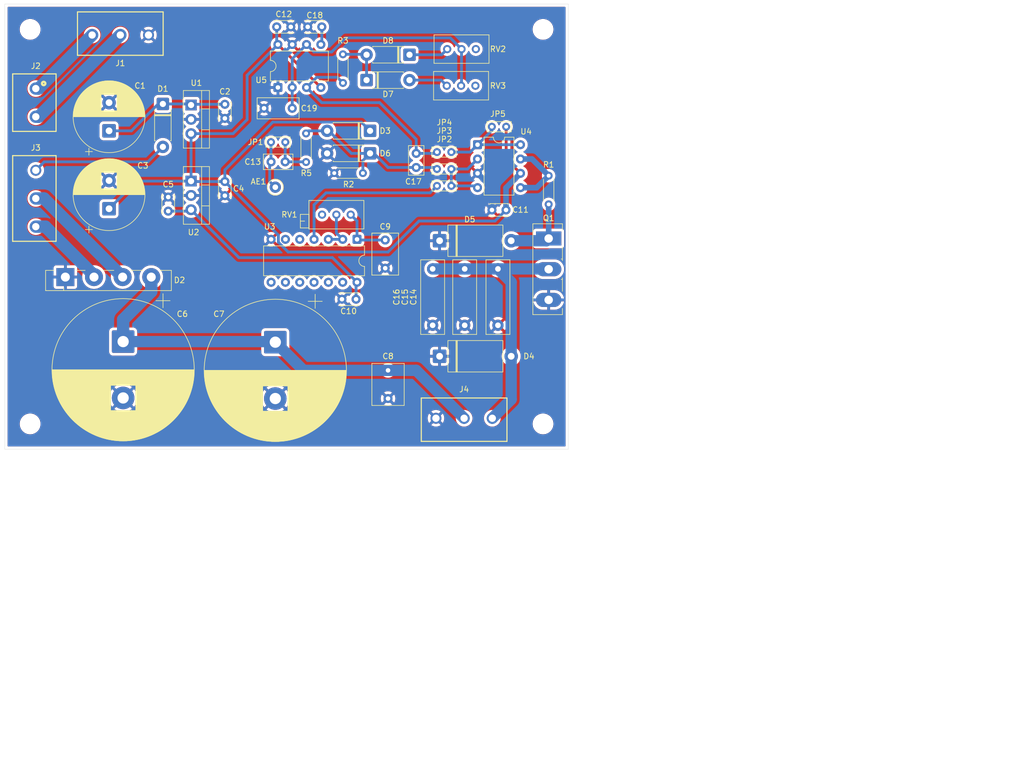
<source format=kicad_pcb>
(kicad_pcb (version 20241229) (generator "pcbnew") (generator_version "9.0")
  (title_block (title "MMS SSTC") (date "2025-05-26") (rev "0.0.0") (company "Mines Maker Society"))
  (layers (0 "F.Cu" signal) (2 "B.Cu" signal) (13 "F.Paste" user) (15 "B.Paste" user) (5 "F.SilkS" user "F.Silkscreen") (7 "B.SilkS" user "B.Silkscreen") (1 "F.Mask" user) (3 "B.Mask" user) (25 "Edge.Cuts" user))
  (net 0 "")
  (net 1 "Net-(D1-K)")
  (net 2 "Earth")
  (net 3 "HT")
  (net 4 "NEUT")
  (net 6 "+12V")
  (net 7 "+68V")
  (net 8 "+5V")
  (net 9 "48VAC")
  (net 10 "0VAC")
  (net 11 "24VAC")
  (net 12 "Net-(JP4-B)")
  (net 13 "Net-(D3-A)")
  (net 14 "Net-(U3-1A)")
  (net 15 "Net-(D4-A2)")
  (net 16 "Net-(D7-A)")
  (net 17 "Net-(U5-CV)")
  (net 18 "Net-(U5-THR)")
  (net 19 "Net-(D5-A2)")
  (net 20 "Net-(D7-K)")
  (net 21 "Net-(JP2-A)")
  (net 22 "Net-(U4-OUTA)")
  (net 23 "INTERRUPT_OUT")
  (net 24 "Net-(U3-1Y)")
  (net 33 "Net-(JP1-B)")
  (net 34 "Net-(D8-A)")
  (net 37 "OSC_OUT")
  (net 38 "Net-(AE1-A)")
  (footprint "Resistor_THT:R_Axial_DIN0204_L3.6mm_D1.6mm_P5.08mm_Horizontal" (layer "F.Cu") (at 117.96 59)
    (property "Reference" "R2" (at 2.54 2 0) (layer "F.SilkS"))
    (property "Value" "220k")
    (pad "1" thru_hole circle (at 0 0) (size 1.4 1.4) (drill 0.7) (layers "*.Cu" "*.Mask") (net 2 "Earth"))
    (pad "2" thru_hole circle (at 5.08 0) (size 1.4 1.4) (drill 0.7) (layers "*.Cu" "*.Mask") (net 13 "Net-(D3-A)"))
  )
  (footprint "TestPoint:TestPoint_Bridge_Pitch2.54mm_Drill0.7mm" (layer "F.Cu") (at 148.46 50.77 180)
    (property "Reference" "JP5" (at 1.46 2.27 0) (layer "F.SilkS"))
    (property "Value" "Jumper_2_Open")
    (pad "1" thru_hole circle (at 0 0 180) (size 1.4 1.4) (drill 0.7) (layers "*.Cu" "*.Mask") (net 6 "+12V"))
    (pad "2" thru_hole circle (at 2.54 0 180) (size 1.4 1.4) (drill 0.7) (layers "*.Cu" "*.Mask") (net 12 "Net-(JP4-B)"))
  )
  (footprint "Potentiometer_THT:Potentiometer_Bourns_3296W_Vertical" (layer "F.Cu") (at 138 37 180)
    (property "Reference" "RV2" (at -9 0 0) (layer "F.SilkS"))
    (property "Value" "R_Potentiometer_Trim_US")
    (pad "1" thru_hole circle (at 0 0 180) (size 1.44 1.44) (drill 0.8) (layers "*.Cu" "*.Mask") (net 20 "Net-(D7-K)"))
    (pad "2" thru_hole circle (at -2.54 0 180) (size 1.44 1.44) (drill 0.8) (layers "*.Cu" "*.Mask") (net 18 "Net-(U5-THR)"))
    (pad "3" thru_hole circle (at -5.08 0 180) (size 1.44 1.44) (drill 0.8) (layers "*.Cu" "*.Mask"))
  )
  (footprint "Capacitor_THT:C_Disc_D3.0mm_W2.0mm_P2.50mm" (layer "F.Cu") (at 88.5 65.75 90)
    (property "Reference" "C5" (at 4.75 0 180) (layer "F.SilkS"))
    (property "Value" "0.1u")
    (pad "1" thru_hole circle (at 0 0 90) (size 1.6 1.6) (drill 0.8) (layers "*.Cu" "*.Mask") (net 8 "+5V"))
    (pad "2" thru_hole circle (at 2.5 0 90) (size 1.6 1.6) (drill 0.8) (layers "*.Cu" "*.Mask") (net 2 "Earth"))
  )
  (footprint "Capacitor_THT:C_Rect_L7.2mm_W3.5mm_P5.00mm_FKS2_FKP2_MKS2_MKP2" (layer "F.Cu") (at 110.5 47.5 180)
    (property "Reference" "C19" (at -3 0 0) (layer "F.SilkS"))
    (property "Value" "330n")
    (pad "1" thru_hole circle (at 0 0 180) (size 1.6 1.6) (drill 0.8) (layers "*.Cu" "*.Mask") (net 18 "Net-(U5-THR)"))
    (pad "2" thru_hole circle (at 5 0 180) (size 1.6 1.6) (drill 0.8) (layers "*.Cu" "*.Mask") (net 2 "Earth"))
  )
  (footprint "Package_DIP:DIP-8_W7.62mm" (layer "F.Cu") (at 143.38 53.96)
    (property "Reference" "U4" (at 8.62 -2.33 0) (layer "F.SilkS"))
    (property "Value" "UCC27524P")
    (pad "1" thru_hole roundrect (at 0 0) (size 1.6 1.6) (drill 0.8) (layers "*.Cu" "*.Mask") (roundrect_rratio 0.15625) (net 12 "Net-(JP4-B)"))
    (pad "2" thru_hole circle (at 0 2.54) (size 1.6 1.6) (drill 0.8) (layers "*.Cu" "*.Mask") (net 21 "Net-(JP2-A)"))
    (pad "3" thru_hole circle (at 0 5.08) (size 1.6 1.6) (drill 0.8) (layers "*.Cu" "*.Mask") (net 2 "Earth"))
    (pad "4" thru_hole circle (at 0 7.62) (size 1.6 1.6) (drill 0.8) (layers "*.Cu" "*.Mask") (net 21 "Net-(JP2-A)"))
    (pad "5" thru_hole circle (at 7.62 7.62) (size 1.6 1.6) (drill 0.8) (layers "*.Cu" "*.Mask") (net 22 "Net-(U4-OUTA)"))
    (pad "6" thru_hole circle (at 7.62 5.08) (size 1.6 1.6) (drill 0.8) (layers "*.Cu" "*.Mask") (net 6 "+12V"))
    (pad "7" thru_hole circle (at 7.62 2.54) (size 1.6 1.6) (drill 0.8) (layers "*.Cu" "*.Mask") (net 22 "Net-(U4-OUTA)"))
    (pad "8" thru_hole circle (at 7.62 0) (size 1.6 1.6) (drill 0.8) (layers "*.Cu" "*.Mask") (net 12 "Net-(JP4-B)"))
  )
  (footprint "Capacitor_THT:CP_Radial_D25.0mm_P10.00mm_SnapIn" (layer "F.Cu") (at 80.5 88.89463 -90)
    (property "Reference" "C6" (at -4.89463 -10.5 180) (layer "F.SilkS"))
    (property "Value" "2200u")
    (pad "1" thru_hole roundrect (at 0 0 270) (size 4 4) (drill 2) (layers "*.Cu" "*.Mask") (roundrect_rratio 0.0625) (net 7 "+68V"))
    (pad "2" thru_hole circle (at 10 0 270) (size 4 4) (drill 2) (layers "*.Cu" "*.Mask") (net 2 "Earth"))
  )
  (footprint "Capacitor_THT:C_Disc_D3.0mm_W2.0mm_P2.50mm" (layer "F.Cu") (at 145.935 65.54)
    (property "Reference" "C11" (at 5.065 -0.04 0) (layer "F.SilkS"))
    (property "Value" "0.1u")
    (pad "1" thru_hole circle (at 0 0) (size 1.6 1.6) (drill 0.8) (layers "*.Cu" "*.Mask") (net 2 "Earth"))
    (pad "2" thru_hole circle (at 2.5 0) (size 1.6 1.6) (drill 0.8) (layers "*.Cu" "*.Mask") (net 6 "+12V"))
  )
  (footprint "Resistor_THT:R_Axial_DIN0204_L3.6mm_D1.6mm_P5.08mm_Horizontal" (layer "F.Cu") (at 119.5 43 90)
    (property "Reference" "R3" (at 7.5 0 0) (layer "F.SilkS"))
    (property "Value" "1k")
    (pad "1" thru_hole circle (at 0 0 90) (size 1.4 1.4) (drill 0.7) (layers "*.Cu" "*.Mask") (net 23 "INTERRUPT_OUT"))
    (pad "2" thru_hole circle (at 5.08 0 90) (size 1.4 1.4) (drill 0.7) (layers "*.Cu" "*.Mask") (net 16 "Net-(D7-A)"))
  )
  (footprint "Diode_THT:D_DO-41_SOD81_P7.62mm_Horizontal" (layer "F.Cu") (at 87.55 46.73 -90)
    (property "Reference" "D1" (at -2.69 0 180) (layer "F.SilkS"))
    (property "Value" "D_Filled")
    (pad "1" thru_hole roundrect (at 0 0 270) (size 2.2 2.2) (drill 1.1) (layers "*.Cu" "*.Mask") (roundrect_rratio 0.113636) (net 1 "Net-(D1-K)"))
    (pad "2" thru_hole circle (at 7.62 0 270) (size 2.2 2.2) (drill 1.1) (layers "*.Cu" "*.Mask") (net 11 "24VAC"))
  )
  (footprint "Capacitor_THT:C_Disc_D3.0mm_W2.0mm_P2.50mm" (layer "F.Cu") (at 107.75 33.055)
    (property "Reference" "C12" (at 1.25 -2.25 0) (layer "F.SilkS"))
    (property "Value" "0.1u")
    (pad "1" thru_hole circle (at 0 0) (size 1.6 1.6) (drill 0.8) (layers "*.Cu" "*.Mask") (net 6 "+12V"))
    (pad "2" thru_hole circle (at 2.5 0) (size 1.6 1.6) (drill 0.8) (layers "*.Cu" "*.Mask") (net 2 "Earth"))
  )
  (footprint "Potentiometer_THT:Potentiometer_Bourns_3296X_Horizontal" (layer "F.Cu") (at 120.875 66.37)
    (property "Reference" "RV1" (at -10.875 0 0) (layer "F.SilkS"))
    (property "Value" "10k")
    (pad "1" thru_hole circle (at 0 0) (size 1.44 1.44) (drill 0.8) (layers "*.Cu" "*.Mask") (net 14 "Net-(U3-1A)"))
    (pad "2" thru_hole circle (at -2.54 0) (size 1.44 1.44) (drill 0.8) (layers "*.Cu" "*.Mask") (net 24 "Net-(U3-1Y)"))
    (pad "3" thru_hole circle (at -5.08 0) (size 1.44 1.44) (drill 0.8) (layers "*.Cu" "*.Mask"))
  )
  (footprint "TestPoint:TestPoint_Bridge_Pitch2.54mm_Drill0.7mm" (layer "F.Cu") (at 106.73 53.5)
    (property "Reference" "JP1" (at -2.73 0 0) (layer "F.SilkS"))
    (property "Value" "Jumper_2_Bridged")
    (pad "1" thru_hole circle (at 0 0) (size 1.4 1.4) (drill 0.7) (layers "*.Cu" "*.Mask") (net 38 "Net-(AE1-A)"))
    (pad "2" thru_hole circle (at 2.54 0) (size 1.4 1.4) (drill 0.7) (layers "*.Cu" "*.Mask") (net 33 "Net-(JP1-B)"))
  )
  (footprint "MountingHole:MountingHole_3.2mm_M3" (layer "F.Cu") (at 64 103.5)
    (property "Reference" "H4" (hide yes))
    (property "Value" "MountingHole")
    (pad "" np_thru_hole circle (at 0 0) (size 3.2 3.2) (drill 3.2) (layers "*.Cu" "*.Mask"))
  )
  (footprint "locals:691137710002" (layer "F.Cu") (at 65 46.5 -90)
    (property "Reference" "J2" (at -6.5 0 180) (layer "F.SilkS"))
    (property "Value" "Screw_Terminal_01x02")
    (pad "1" thru_hole circle (at 2.5 0 270) (size 1.95 1.95) (drill 1.3) (layers "*.Cu" "*.Mask") (net 3 "HT"))
    (pad "2" thru_hole circle (at -2.5 0 270) (size 1.95 1.95) (drill 1.3) (layers "*.Cu" "*.Mask") (net 4 "NEUT"))
  )
  (footprint "Capacitor_THT:C_Rect_L13.0mm_W4.0mm_P10.00mm_FKS3_FKP3_MKS4" (layer "F.Cu") (at 141.1 76 -90)
    (property "Reference" "C15" (at 5 10.6 90) (layer "F.SilkS"))
    (property "Value" "1.5n")
    (pad "1" thru_hole circle (at 0 0 270) (size 2 2) (drill 1) (layers "*.Cu" "*.Mask") (net 15 "Net-(D4-A2)"))
    (pad "2" thru_hole circle (at 10 0 270) (size 2 2) (drill 1) (layers "*.Cu" "*.Mask") (net 2 "Earth"))
  )
  (footprint "Capacitor_THT:C_Rect_L7.2mm_W5.5mm_P5.00mm_FKS2_FKP2_MKS2_MKP2" (layer "F.Cu") (at 127.5 94 -90)
    (property "Reference" "C8" (at -2.5 0 180) (layer "F.SilkS"))
    (property "Value" "0.68u")
    (pad "1" thru_hole circle (at 0 0 270) (size 1.6 1.6) (drill 0.8) (layers "*.Cu" "*.Mask") (net 7 "+68V"))
    (pad "2" thru_hole circle (at 5 0 270) (size 1.6 1.6) (drill 0.8) (layers "*.Cu" "*.Mask") (net 2 "Earth"))
  )
  (footprint "Capacitor_THT:C_Disc_D3.0mm_W2.0mm_P2.50mm" (layer "F.Cu") (at 98.55 46.79 -90)
    (property "Reference" "C2" (at -2.25 0 180) (layer "F.SilkS"))
    (property "Value" "0.1u")
    (pad "1" thru_hole circle (at 0 0 270) (size 1.6 1.6) (drill 0.8) (layers "*.Cu" "*.Mask") (net 1 "Net-(D1-K)"))
    (pad "2" thru_hole circle (at 2.5 0 270) (size 1.6 1.6) (drill 0.8) (layers "*.Cu" "*.Mask") (net 2 "Earth"))
  )
  (footprint "Capacitor_THT:CP_Radial_D12.5mm_P5.00mm" (layer "F.Cu") (at 78 51.5 90)
    (property "Reference" "C1" (at 8 5.5 180) (layer "F.SilkS"))
    (property "Value" "470u")
    (pad "1" thru_hole roundrect (at 0 0 90) (size 2.4 2.4) (drill 1.2) (layers "*.Cu" "*.Mask") (roundrect_rratio 0.104167) (net 1 "Net-(D1-K)"))
    (pad "2" thru_hole circle (at 5 0 90) (size 2.4 2.4) (drill 1.2) (layers "*.Cu" "*.Mask") (net 2 "Earth"))
  )
  (footprint "Diode_THT:D_DO-27_P12.70mm_Horizontal" (layer "F.Cu") (at 136.65 91.5)
    (property "Reference" "D4" (at 15.85 0 0) (layer "F.SilkS"))
    (property "Value" "400V")
    (pad "1" thru_hole roundrect (at 0 0) (size 2.4 2.4) (drill 1.2) (layers "*.Cu" "*.Mask") (roundrect_rratio 0.104167) (net 2 "Earth"))
    (pad "2" thru_hole circle (at 12.7 0) (size 2.4 2.4) (drill 1.2) (layers "*.Cu" "*.Mask") (net 15 "Net-(D4-A2)"))
  )
  (footprint "Resistor_THT:R_Axial_DIN0204_L3.6mm_D1.6mm_P5.08mm_Horizontal" (layer "F.Cu") (at 156 64.54 90)
    (property "Reference" "R1" (at 7.04 0 180) (layer "F.SilkS"))
    (property "Value" "1.5R")
    (pad "1" thru_hole circle (at 0 0 90) (size 1.4 1.4) (drill 0.7) (layers "*.Cu" "*.Mask") (net 19 "Net-(D5-A2)"))
    (pad "2" thru_hole circle (at 5.08 0 90) (size 1.4 1.4) (drill 0.7) (layers "*.Cu" "*.Mask") (net 22 "Net-(U4-OUTA)"))
  )
  (footprint "Package_TO_SOT_THT:TO-220-3_Vertical" (layer "F.Cu") (at 92.55 46.92 -90)
    (property "Reference" "U1" (at -3.92 -0.95 180) (layer "F.SilkS"))
    (property "Value" "LM7812_TO220")
    (pad "1" thru_hole rect (at 0 0 270) (size 1.905 2) (drill 1.1) (layers "*.Cu" "*.Mask") (net 1 "Net-(D1-K)"))
    (pad "2" thru_hole oval (at 2.54 0 270) (size 1.905 2) (drill 1.1) (layers "*.Cu" "*.Mask") (net 2 "Earth"))
    (pad "3" thru_hole oval (at 5.08 0 270) (size 1.905 2) (drill 1.1) (layers "*.Cu" "*.Mask") (net 6 "+12V"))
  )
  (footprint "TestPoint:TestPoint_Bridge_Pitch2.54mm_Drill0.7mm" (layer "F.Cu") (at 136.185 55.27)
    (property "Reference" "JP4" (at 1.315 -5.27 0) (layer "F.SilkS"))
    (property "Value" "Jumper_2_Bridged")
    (pad "1" thru_hole circle (at 0 0) (size 1.4 1.4) (drill 0.7) (layers "*.Cu" "*.Mask") (net 23 "INTERRUPT_OUT"))
    (pad "2" thru_hole circle (at 2.54 0) (size 1.4 1.4) (drill 0.7) (layers "*.Cu" "*.Mask") (net 12 "Net-(JP4-B)"))
  )
  (footprint "Capacitor_THT:C_Rect_L13.0mm_W4.0mm_P10.00mm_FKS3_FKP3_MKS4" (layer "F.Cu") (at 147 76 -90)
    (property "Reference" "C14" (at 5 15 90) (layer "F.SilkS"))
    (property "Value" "1.5n")
    (pad "1" thru_hole circle (at 0 0 270) (size 2 2) (drill 1) (layers "*.Cu" "*.Mask") (net 15 "Net-(D4-A2)"))
    (pad "2" thru_hole circle (at 10 0 270) (size 2 2) (drill 1) (layers "*.Cu" "*.Mask") (net 2 "Earth"))
  )
  (footprint "Capacitor_THT:C_Disc_D3.0mm_W2.0mm_P2.50mm" (layer "F.Cu") (at 115.75 33.055 180)
    (property "Reference" "C18" (at 1.25 2.055 0) (layer "F.SilkS"))
    (property "Value" "0.1u")
    (pad "1" thru_hole circle (at 0 0 180) (size 1.6 1.6) (drill 0.8) (layers "*.Cu" "*.Mask") (net 17 "Net-(U5-CV)"))
    (pad "2" thru_hole circle (at 2.5 0 180) (size 1.6 1.6) (drill 0.8) (layers "*.Cu" "*.Mask") (net 2 "Earth"))
  )
  (footprint "Capacitor_THT:C_Disc_D3.0mm_W2.0mm_P2.50mm" (layer "F.Cu") (at 98.55 60.5 -90)
    (property "Reference" "C4" (at 1.25 -2.45 180) (layer "F.SilkS"))
    (property "Value" "0.1u")
    (pad "1" thru_hole circle (at 0 0 270) (size 1.6 1.6) (drill 0.8) (layers "*.Cu" "*.Mask") (net 6 "+12V"))
    (pad "2" thru_hole circle (at 2.5 0 270) (size 1.6 1.6) (drill 0.8) (layers "*.Cu" "*.Mask") (net 2 "Earth"))
  )
  (footprint "Potentiometer_THT:Potentiometer_Bourns_3296W_Vertical" (layer "F.Cu") (at 137.92 43.5 180)
    (property "Reference" "RV3" (at -9.08 0 0) (layer "F.SilkS"))
    (property "Value" "R_Potentiometer_Trim_US")
    (pad "1" thru_hole circle (at 0 0 180) (size 1.44 1.44) (drill 0.8) (layers "*.Cu" "*.Mask") (net 34 "Net-(D8-A)"))
    (pad "2" thru_hole circle (at -2.54 0 180) (size 1.44 1.44) (drill 0.8) (layers "*.Cu" "*.Mask") (net 18 "Net-(U5-THR)"))
    (pad "3" thru_hole circle (at -5.08 0 180) (size 1.44 1.44) (drill 0.8) (layers "*.Cu" "*.Mask"))
  )
  (footprint "MountingHole:MountingHole_3.2mm_M3" (layer "F.Cu") (at 155 33.5)
    (property "Reference" "H1" (hide yes))
    (property "Value" "MountingHole")
    (pad "" np_thru_hole circle (at 0 0) (size 3.2 3.2) (drill 3.2) (layers "*.Cu" "*.Mask"))
  )
  (footprint "Capacitor_THT:C_Disc_D3.0mm_W2.0mm_P2.50mm" (layer "F.Cu") (at 119.325 81.375)
    (property "Reference" "C10" (at 1.175 2.125 0) (layer "F.SilkS"))
    (property "Value" "0.1u")
    (pad "1" thru_hole circle (at 0 0) (size 1.6 1.6) (drill 0.8) (layers "*.Cu" "*.Mask") (net 2 "Earth"))
    (pad "2" thru_hole circle (at 2.5 0) (size 1.6 1.6) (drill 0.8) (layers "*.Cu" "*.Mask") (net 8 "+5V"))
  )
  (footprint "Diode_THT:D_DO-41_SOD81_P7.62mm_Horizontal" (layer "F.Cu") (at 124.31 51.5 180)
    (property "Reference" "D3" (at -2.69 0 0) (layer "F.SilkS"))
    (property "Value" "~")
    (pad "1" thru_hole roundrect (at 0 0 180) (size 2.2 2.2) (drill 1.1) (layers "*.Cu" "*.Mask") (roundrect_rratio 0.113636) (net 6 "+12V"))
    (pad "2" thru_hole circle (at 7.62 0 180) (size 2.2 2.2) (drill 1.1) (layers "*.Cu" "*.Mask") (net 13 "Net-(D3-A)"))
  )
  (footprint "TestPoint:TestPoint_Bridge_Pitch2.54mm_Drill0.7mm" (layer "F.Cu") (at 136.185 58.27)
    (property "Reference" "JP3" (at 1.315 -6.77 0) (layer "F.SilkS"))
    (property "Value" "Jumper_2_Bridged")
    (pad "1" thru_hole circle (at 0 0) (size 1.4 1.4) (drill 0.7) (layers "*.Cu" "*.Mask") (net 13 "Net-(D3-A)"))
    (pad "2" thru_hole circle (at 2.54 0) (size 1.4 1.4) (drill 0.7) (layers "*.Cu" "*.Mask") (net 21 "Net-(JP2-A)"))
  )
  (footprint "Diode_THT:D_DO-41_SOD81_P7.62mm_Horizontal" (layer "F.Cu") (at 123.69 42.5)
    (property "Reference" "D8" (at 3.81 -7 0) (layer "F.SilkS"))
    (property "Value" "D_Small_Filled")
    (pad "1" thru_hole roundrect (at 0 0) (size 2.2 2.2) (drill 1.1) (layers "*.Cu" "*.Mask") (roundrect_rratio 0.113636) (net 16 "Net-(D7-A)"))
    (pad "2" thru_hole circle (at 7.62 0) (size 2.2 2.2) (drill 1.1) (layers "*.Cu" "*.Mask") (net 34 "Net-(D8-A)"))
  )
  (footprint "Diode_THT:D_DO-41_SOD81_P7.62mm_Horizontal" (layer "F.Cu") (at 131.31 38 180)
    (property "Reference" "D7" (at 3.81 -7 0) (layer "F.SilkS"))
    (property "Value" "D_Small_Filled")
    (pad "1" thru_hole roundrect (at 0 0 180) (size 2.2 2.2) (drill 1.1) (layers "*.Cu" "*.Mask") (roundrect_rratio 0.113636) (net 20 "Net-(D7-K)"))
    (pad "2" thru_hole circle (at 7.62 0 180) (size 2.2 2.2) (drill 1.1) (layers "*.Cu" "*.Mask") (net 16 "Net-(D7-A)"))
  )
  (footprint "Package_DIP:DIP-14_W7.62mm" (layer "F.Cu") (at 121.995 70.75 -90)
    (property "Reference" "U3" (at -2.25 15.495 180) (layer "F.SilkS"))
    (property "Value" "CD74HC14E")
    (pad "1" thru_hole roundrect (at 0 0 270) (size 1.6 1.6) (drill 0.8) (layers "*.Cu" "*.Mask") (roundrect_rratio 0.15625) (net 14 "Net-(U3-1A)"))
    (pad "2" thru_hole circle (at 0 2.54 270) (size 1.6 1.6) (drill 0.8) (layers "*.Cu" "*.Mask") (net 24 "Net-(U3-1Y)"))
    (pad "3" thru_hole circle (at 0 5.08 270) (size 1.6 1.6) (drill 0.8) (layers "*.Cu" "*.Mask") (net 24 "Net-(U3-1Y)"))
    (pad "4" thru_hole circle (at 0 7.62 270) (size 1.6 1.6) (drill 0.8) (layers "*.Cu" "*.Mask") (net 37 "OSC_OUT"))
    (pad "5" thru_hole circle (at 0 10.16 270) (size 1.6 1.6) (drill 0.8) (layers "*.Cu" "*.Mask"))
    (pad "6" thru_hole circle (at 0 12.7 270) (size 1.6 1.6) (drill 0.8) (layers "*.Cu" "*.Mask"))
    (pad "7" thru_hole circle (at 0 15.24 270) (size 1.6 1.6) (drill 0.8) (layers "*.Cu" "*.Mask") (net 2 "Earth"))
    (pad "8" thru_hole circle (at 7.62 15.24 270) (size 1.6 1.6) (drill 0.8) (layers "*.Cu" "*.Mask"))
    (pad "9" thru_hole circle (at 7.62 12.7 270) (size 1.6 1.6) (drill 0.8) (layers "*.Cu" "*.Mask"))
    (pad "10" thru_hole circle (at 7.62 10.16 270) (size 1.6 1.6) (drill 0.8) (layers "*.Cu" "*.Mask"))
    (pad "11" thru_hole circle (at 7.62 7.62 270) (size 1.6 1.6) (drill 0.8) (layers "*.Cu" "*.Mask"))
    (pad "12" thru_hole circle (at 7.62 5.08 270) (size 1.6 1.6) (drill 0.8) (layers "*.Cu" "*.Mask"))
    (pad "13" thru_hole circle (at 7.62 2.54 270) (size 1.6 1.6) (drill 0.8) (layers "*.Cu" "*.Mask"))
    (pad "14" thru_hole circle (at 7.62 0 270) (size 1.6 1.6) (drill 0.8) (layers "*.Cu" "*.Mask") (net 8 "+5V"))
  )
  (footprint "Capacitor_THT:CP_Radial_D12.5mm_P5.00mm" (layer "F.Cu") (at 78 65.323959 90)
    (property "Reference" "C3" (at 7.647918 6 180) (layer "F.SilkS"))
    (property "Value" "470u")
    (pad "1" thru_hole roundrect (at 0 0 90) (size 2.4 2.4) (drill 1.2) (layers "*.Cu" "*.Mask") (roundrect_rratio 0.104167) (net 6 "+12V"))
    (pad "2" thru_hole circle (at 5 0 90) (size 2.4 2.4) (drill 1.2) (layers "*.Cu" "*.Mask") (net 2 "Earth"))
  )
  (footprint "Diode_THT:D_DO-27_P12.70mm_Horizontal" (layer "F.Cu") (at 136.65 71)
    (property "Reference" "D5" (at 5.35 -3.785 0) (layer "F.SilkS"))
    (property "Value" "18V")
    (pad "1" thru_hole roundrect (at 0 0) (size 2.4 2.4) (drill 1.2) (layers "*.Cu" "*.Mask") (roundrect_rratio 0.104167) (net 2 "Earth"))
    (pad "2" thru_hole circle (at 12.7 0) (size 2.4 2.4) (drill 1.2) (layers "*.Cu" "*.Mask") (net 19 "Net-(D5-A2)"))
  )
  (footprint "locals:691137710003" (layer "F.Cu") (at 141 102.5)
    (property "Reference" "J4" (at 0 -5.135 0) (layer "F.SilkS"))
    (property "Value" "Screw_Terminal_01x02")
    (pad "1" thru_hole circle (at -5 0) (size 1.95 1.95) (drill 1.3) (layers "*.Cu" "*.Mask") (net 2 "Earth"))
    (pad "2" thru_hole circle (at 0 0) (size 1.95 1.95) (drill 1.3) (layers "*.Cu" "*.Mask") (net 7 "+68V"))
    (pad "3" thru_hole circle (at 5 0) (size 1.95 1.95) (drill 1.3) (layers "*.Cu" "*.Mask") (net 15 "Net-(D4-A2)"))
  )
  (footprint "Package_TO_SOT_THT:TO-247-3_Vertical" (layer "F.Cu") (at 156 70.6 -90)
    (property "Reference" "Q1" (at -3.6 0 180) (layer "F.SilkS"))
    (property "Value" "IRFP460APBF")
    (pad "1" thru_hole rect (at 0 0 270) (size 2.5 4.5) (drill 1.5) (layers "*.Cu" "*.Mask") (net 19 "Net-(D5-A2)"))
    (pad "2" thru_hole oval (at 5.45 0 270) (size 2.5 4.5) (drill 1.5) (layers "*.Cu" "*.Mask") (net 15 "Net-(D4-A2)"))
    (pad "3" thru_hole oval (at 10.9 0 270) (size 2.5 4.5) (drill 1.5) (layers "*.Cu" "*.Mask") (net 2 "Earth"))
  )
  (footprint "locals:691137710003" (layer "F.Cu") (at 80 34.5 180)
    (property "Reference" "J1" (at 0 -5 0) (layer "F.SilkS"))
    (property "Value" "Screw_Terminal_01x02")
    (pad "1" thru_hole circle (at 0 0 180) (size 1.95 1.95) (drill 1.3) (layers "*.Cu" "*.Mask") (net 3 "HT"))
    (pad "2" thru_hole circle (at 5 0 180) (size 1.95 1.95) (drill 1.3) (layers "*.Cu" "*.Mask") (net 4 "NEUT"))
    (pad "3" thru_hole circle (at -5 0 180) (size 1.95 1.95) (drill 1.3) (layers "*.Cu" "*.Mask") (net 2 "Earth"))
  )
  (footprint "MountingHole:MountingHole_3.2mm_M3" (layer "F.Cu") (at 155 103.5)
    (property "Reference" "H3" (hide yes))
    (property "Value" "MountingHole")
    (pad "" np_thru_hole circle (at 0 0) (size 3.2 3.2) (drill 3.2) (layers "*.Cu" "*.Mask"))
  )
  (footprint "Package_DIP:DIP-8_W7.62mm" (layer "F.Cu") (at 107.96 43.805 90)
    (property "Reference" "U5" (at 1.305 -2.96 180) (layer "F.SilkS"))
    (property "Value" "NE555P")
    (pad "1" thru_hole roundrect (at 0 0 90) (size 1.6 1.6) (drill 0.8) (layers "*.Cu" "*.Mask") (roundrect_rratio 0.15625) (net 2 "Earth"))
    (pad "2" thru_hole circle (at 0 2.54 90) (size 1.6 1.6) (drill 0.8) (layers "*.Cu" "*.Mask") (net 18 "Net-(U5-THR)"))
    (pad "3" thru_hole circle (at 0 5.08 90) (size 1.6 1.6) (drill 0.8) (layers "*.Cu" "*.Mask") (net 23 "INTERRUPT_OUT"))
    (pad "4" thru_hole circle (at 0 7.62 90) (size 1.6 1.6) (drill 0.8) (layers "*.Cu" "*.Mask") (net 6 "+12V"))
    (pad "5" thru_hole circle (at 7.62 7.62 90) (size 1.6 1.6) (drill 0.8) (layers "*.Cu" "*.Mask") (net 17 "Net-(U5-CV)"))
    (pad "6" thru_hole circle (at 7.62 5.08 90) (size 1.6 1.6) (drill 0.8) (layers "*.Cu" "*.Mask") (net 18 "Net-(U5-THR)"))
    (pad "7" thru_hole circle (at 7.62 2.54 90) (size 1.6 1.6) (drill 0.8) (layers "*.Cu" "*.Mask") (net 2 "Earth"))
    (pad "8" thru_hole circle (at 7.62 0 90) (size 1.6 1.6) (drill 0.8) (layers "*.Cu" "*.Mask") (net 6 "+12V"))
  )
  (footprint "Diode_THT:Diode_Bridge_Vishay_GBU" (layer "F.Cu") (at 70.25 77.45)
    (property "Reference" "D2" (at 20.25 0.55 0) (layer "F.SilkS"))
    (property "Value" "B125C2300-1500A")
    (pad "1" thru_hole rect (at 0 0) (size 3.2 3.2) (drill 1.6) (layers "*.Cu" "*.Mask") (net 2 "Earth"))
    (pad "2" thru_hole circle (at 5.08 0) (size 3.2 3.2) (drill 1.6) (layers "*.Cu" "*.Mask") (net 10 "0VAC"))
    (pad "3" thru_hole circle (at 10.16 0) (size 3.2 3.2) (drill 1.6) (layers "*.Cu" "*.Mask") (net 9 "48VAC"))
    (pad "4" thru_hole circle (at 15.24 0) (size 3.2 3.2) (drill 1.6) (layers "*.Cu" "*.Mask") (net 7 "+68V"))
  )
  (footprint "Package_TO_SOT_THT:TO-220-3_Vertical" (layer "F.Cu") (at 92.55 60.42 -90)
    (property "Reference" "U2" (at 9.08 -0.45 180) (layer "F.SilkS"))
    (property "Value" "LM7805_TO220")
    (pad "1" thru_hole rect (at 0 0 270) (size 1.905 2) (drill 1.1) (layers "*.Cu" "*.Mask") (net 6 "+12V"))
    (pad "2" thru_hole oval (at 2.54 0 270) (size 1.905 2) (drill 1.1) (layers "*.Cu" "*.Mask") (net 2 "Earth"))
    (pad "3" thru_hole oval (at 5.08 0 270) (size 1.905 2) (drill 1.1) (layers "*.Cu" "*.Mask") (net 8 "+5V"))
  )
  (footprint "Diode_THT:D_DO-41_SOD81_P7.62mm_Horizontal" (layer "F.Cu") (at 124.31 55.5 180)
    (property "Reference" "D6" (at -2.69 0 0) (layer "F.SilkS"))
    (property "Value" "~")
    (pad "1" thru_hole roundrect (at 0 0 180) (size 2.2 2.2) (drill 1.1) (layers "*.Cu" "*.Mask") (roundrect_rratio 0.113636) (net 13 "Net-(D3-A)"))
    (pad "2" thru_hole circle (at 7.62 0 180) (size 2.2 2.2) (drill 1.1) (layers "*.Cu" "*.Mask") (net 2 "Earth"))
  )
  (footprint "Capacitor_THT:C_Disc_D5.0mm_W2.5mm_P2.50mm" (layer "F.Cu") (at 132.5 58 90)
    (property "Reference" "C17" (at -2.5 -0.5 180) (layer "F.SilkS"))
    (property "Value" "10n")
    (pad "1" thru_hole circle (at 0 0 90) (size 1.6 1.6) (drill 0.8) (layers "*.Cu" "*.Mask") (net 13 "Net-(D3-A)"))
    (pad "2" thru_hole circle (at 2.5 0 90) (size 1.6 1.6) (drill 0.8) (layers "*.Cu" "*.Mask") (net 23 "INTERRUPT_OUT"))
  )
  (footprint "Capacitor_THT:C_Rect_L13.0mm_W4.0mm_P10.00mm_FKS3_FKP3_MKS4" (layer "F.Cu") (at 135.415 76 -90)
    (property "Reference" "C16" (at 5 6.415 90) (layer "F.SilkS"))
    (property "Value" "1.5n")
    (pad "1" thru_hole circle (at 0 0 270) (size 2 2) (drill 1) (layers "*.Cu" "*.Mask") (net 15 "Net-(D4-A2)"))
    (pad "2" thru_hole circle (at 10 0 270) (size 2 2) (drill 1) (layers "*.Cu" "*.Mask") (net 2 "Earth"))
  )
  (footprint "TestPoint:TestPoint_Keystone_5000-5004_Miniature" (layer "F.Cu") (at 107.5 61.5)
    (property "Reference" "AE1" (at -3 -1 0) (layer "F.SilkS"))
    (property "Value" "Antenna")
    (pad "1" thru_hole circle (at 0 0) (size 2 2) (drill 1) (layers "*.Cu" "*.Mask") (net 38 "Net-(AE1-A)"))
  )
  (footprint "Capacitor_THT:C_Rect_L7.2mm_W4.5mm_P5.00mm_FKS2_FKP2_MKS2_MKP2" (layer "F.Cu") (at 127 70.875 -90)
    (property "Reference" "C9" (at -2.375 0 0) (layer "F.SilkS"))
    (property "Value" "470p")
    (pad "1" thru_hole circle (at 0 0 270) (size 1.6 1.6) (drill 0.8) (layers "*.Cu" "*.Mask") (net 14 "Net-(U3-1A)"))
    (pad "2" thru_hole circle (at 5 0 270) (size 1.6 1.6) (drill 0.8) (layers "*.Cu" "*.Mask") (net 2 "Earth"))
  )
  (footprint "locals:691137710003" (layer "F.Cu") (at 65 63.5 -90)
    (property "Reference" "J3" (at -9 0 180) (layer "F.SilkS"))
    (property "Value" "Screw_Terminal_01x02")
    (pad "1" thru_hole circle (at 0 0 270) (size 1.95 1.95) (drill 1.3) (layers "*.Cu" "*.Mask") (net 9 "48VAC"))
    (pad "2" thru_hole circle (at -5 0 270) (size 1.95 1.95) (drill 1.3) (layers "*.Cu" "*.Mask") (net 11 "24VAC"))
    (pad "3" thru_hole circle (at 5 0 270) (size 1.95 1.95) (drill 1.3) (layers "*.Cu" "*.Mask") (net 10 "0VAC"))
  )
  (footprint "TestPoint:TestPoint_Bridge_Pitch2.54mm_Drill0.7mm" (layer "F.Cu") (at 138.725 61.27 180)
    (property "Reference" "JP2" (at 1.225 8.27 0) (layer "F.SilkS"))
    (property "Value" "Jumper_2_Open")
    (pad "1" thru_hole circle (at 0 0 180) (size 1.4 1.4) (drill 0.7) (layers "*.Cu" "*.Mask") (net 21 "Net-(JP2-A)"))
    (pad "2" thru_hole circle (at 2.54 0 180) (size 1.4 1.4) (drill 0.7) (layers "*.Cu" "*.Mask") (net 37 "OSC_OUT"))
  )
  (footprint "Resistor_THT:R_Axial_DIN0204_L3.6mm_D1.6mm_P5.08mm_Horizontal" (layer "F.Cu") (at 112.96 57.04 90)
    (property "Reference" "R5" (at -1.96 0.04 180) (layer "F.SilkS"))
    (property "Value" "1k")
    (pad "1" thru_hole circle (at 0 0 90) (size 1.4 1.4) (drill 0.7) (layers "*.Cu" "*.Mask") (net 33 "Net-(JP1-B)"))
    (pad "2" thru_hole circle (at 5.08 0 90) (size 1.4 1.4) (drill 0.7) (layers "*.Cu" "*.Mask") (net 13 "Net-(D3-A)"))
  )
  (footprint "MountingHole:MountingHole_3.2mm_M3" (layer "F.Cu") (at 64 33.5)
    (property "Reference" "H2" (hide yes))
    (property "Value" "MountingHole")
    (pad "" np_thru_hole circle (at 0 0) (size 3.2 3.2) (drill 3.2) (layers "*.Cu" "*.Mask"))
  )
  (footprint "Capacitor_THT:CP_Radial_D25.0mm_P10.00mm_SnapIn" (layer "F.Cu") (at 107.5 89 -90)
    (property "Reference" "C7" (at -5 10 180) (layer "F.SilkS"))
    (property "Value" "2200u")
    (pad "1" thru_hole roundrect (at 0 0 270) (size 4 4) (drill 2) (layers "*.Cu" "*.Mask") (roundrect_rratio 0.0625) (net 7 "+68V"))
    (pad "2" thru_hole circle (at 10 0 270) (size 4 4) (drill 2) (layers "*.Cu" "*.Mask") (net 2 "Earth"))
  )
  (footprint "Capacitor_THT:C_Disc_D5.0mm_W2.5mm_P2.50mm" (layer "F.Cu") (at 106.75 57)
    (property "Reference" "C13" (at -3.25 0 0) (layer "F.SilkS"))
    (property "Value" "10n")
    (pad "1" thru_hole circle (at 0 0) (size 1.6 1.6) (drill 0.8) (layers "*.Cu" "*.Mask") (net 38 "Net-(AE1-A)"))
    (pad "2" thru_hole circle (at 2.5 0) (size 1.6 1.6) (drill 0.8) (layers "*.Cu" "*.Mask") (net 33 "Net-(JP1-B)"))
  )
  (gr_rect (start 59.5 29) (end 159.5 108) (stroke (width 0.05)) (fill no) (layer "Edge.Cuts"))
  (segment (start 92.68 46.79) (end 98.55 46.79) (width 0.5) (layer "B.Cu") (net 1))
  (segment (start 87.55 46.73) (end 86.73 46.73) (width 0.5) (layer "B.Cu") (net 1))
  (segment (start 92.36 46.73) (end 92.55 46.92) (width 0.5) (layer "B.Cu") (net 1))
  (segment (start 86.73 46.73) (end 81.96 51.5) (width 0.5) (layer "B.Cu") (net 1))
  (segment (start 92.55 46.92) (end 92.68 46.79) (width 0.5) (layer "B.Cu") (net 1))
  (segment (start 81.96 51.5) (end 78 51.5) (width 0.5) (layer "B.Cu") (net 1))
  (segment (start 87.55 46.73) (end 92.36 46.73) (width 0.5) (layer "B.Cu") (net 1))
  (segment (start 143.38 59.04) (end 145.935 61.595) (width 1) (layer "B.Cu") (net 2))
  (segment (start 145.935 61.595) (end 145.935 65.54) (width 1) (layer "B.Cu") (net 2))
  (segment (start 65.5 49) (end 80 34.5) (width 2.2) (layer "B.Cu") (net 3))
  (segment (start 65 49) (end 65.5 49) (width 2.2) (layer "B.Cu") (net 3))
  (segment (start 65 44) (end 65.5 44) (width 2.2) (layer "B.Cu") (net 4))
  (segment (start 65.5 44) (end 75 34.5) (width 2.2) (layer "B.Cu") (net 4))
  (segment (start 148.46 50.77) (end 148.46 56.5) (width 0.5) (layer "F.Cu") (net 6))
  (segment (start 107.96 36.185) (end 115.58 43.805) (width 0.5) (layer "F.Cu") (net 6))
  (segment (start 148.46 56.5) (end 151 59.04) (width 0.5) (layer "F.Cu") (net 6))
  (segment (start 98.55 60.5) (end 108.044 69.994) (width 0.5) (layer "B.Cu") (net 6))
  (segment (start 122.759 49.949) (end 107.051 49.949) (width 0.5) (layer "B.Cu") (net 6))
  (segment (start 146.475 67.5) (end 148.435 65.54) (width 0.5) (layer "B.Cu") (net 6))
  (segment (start 93.5 60.5) (end 98.55 60.5) (width 0.5) (layer "B.Cu") (net 6))
  (segment (start 92.55 60.42) (end 93.42 60.42) (width 0.5) (layer "B.Cu") (net 6))
  (segment (start 92.55 52) (end 92.55 60.42) (width 0.5) (layer "B.Cu") (net 6))
  (segment (start 148.435 61.605) (end 151 59.04) (width 1) (layer "B.Cu") (net 6))
  (segment (start 108.044 71.268182) (end 109.775818 73) (width 0.5) (layer "B.Cu") (net 6))
  (segment (start 93.42 60.42) (end 93.5 60.5) (width 0.5) (layer "B.Cu") (net 6))
  (segment (start 107.75 33.055) (end 107.75 35.975) (width 0.5) (layer "B.Cu") (net 6))
  (segment (start 148.435 65.54) (end 148.435 61.605) (width 1) (layer "B.Cu") (net 6))
  (segment (start 124.31 51.5) (end 122.759 49.949) (width 0.5) (layer "B.Cu") (net 6))
  (segment (start 107.051 49.949) (end 98.55 58.45) (width 0.5) (layer "B.Cu") (net 6))
  (segment (start 107.75 35.975) (end 107.96 36.185) (width 0.5) (layer "B.Cu") (net 6))
  (segment (start 133 67.5) (end 146.475 67.5) (width 0.5) (layer "B.Cu") (net 6))
  (segment (start 82.903959 60.42) (end 92.55 60.42) (width 0.5) (layer "B.Cu") (net 6))
  (segment (start 108.044 69.994) (end 108.044 71.268182) (width 0.5) (layer "B.Cu") (net 6))
  (segment (start 92.55 52) (end 100 52) (width 0.5) (layer "B.Cu") (net 6))
  (segment (start 127.5 73) (end 133 67.5) (width 0.5) (layer "B.Cu") (net 6))
  (segment (start 78 65.323959) (end 82.903959 60.42) (width 0.5) (layer "B.Cu") (net 6))
  (segment (start 100 52) (end 102.5 49.5) (width 0.5) (layer "B.Cu") (net 6))
  (segment (start 98.55 58.45) (end 98.55 60.5) (width 0.5) (layer "B.Cu") (net 6))
  (segment (start 109.775818 73) (end 127.5 73) (width 0.5) (layer "B.Cu") (net 6))
  (segment (start 102.5 41.645) (end 107.96 36.185) (width 0.5) (layer "B.Cu") (net 6))
  (segment (start 102.5 49.5) (end 102.5 41.645) (width 0.5) (layer "B.Cu") (net 6))
  (segment (start 112.5 94) (end 132.5 94) (width 2) (layer "B.Cu") (net 7))
  (segment (start 141 102.5) (end 132.5 94) (width 2) (layer "B.Cu") (net 7))
  (segment (start 80.5 85) (end 80.5 88.89463) (width 2.2) (layer "B.Cu") (net 7))
  (segment (start 107.5 89) (end 112.5 94) (width 2) (layer "B.Cu") (net 7))
  (segment (start 85.49 80.01) (end 80.5 85) (width 2.2) (layer "B.Cu") (net 7))
  (segment (start 107.39463 88.89463) (end 107.5 89) (width 2) (layer "B.Cu") (net 7))
  (segment (start 80.5 88.89463) (end 107.39463 88.89463) (width 2) (layer "B.Cu") (net 7))
  (segment (start 80.60537 89) (end 80.5 88.89463) (width 2) (layer "B.Cu") (net 7))
  (segment (start 85.49 77.45) (end 85.49 80.01) (width 2.2) (layer "B.Cu") (net 7))
  (segment (start 92.55 65.5) (end 101.05 74) (width 0.5) (layer "B.Cu") (net 8))
  (segment (start 117.625 74) (end 121.995 78.37) (width 0.5) (layer "B.Cu") (net 8))
  (segment (start 101.05 74) (end 117.625 74) (width 0.5) (layer "B.Cu") (net 8))
  (segment (start 88.5 65.75) (end 92.3 65.75) (width 0.5) (layer "B.Cu") (net 8))
  (segment (start 121.825 78.54) (end 121.995 78.37) (width 0.5) (layer "B.Cu") (net 8))
  (segment (start 92.3 65.75) (end 92.55 65.5) (width 0.5) (layer "B.Cu") (net 8))
  (segment (start 121.825 81.375) (end 121.825 78.54) (width 0.5) (layer "B.Cu") (net 8))
  (segment (start 66.46 63.5) (end 65 63.5) (width 2.2) (layer "B.Cu") (net 9))
  (segment (start 80.41 77.45) (end 66.46 63.5) (width 2.2) (layer "B.Cu") (net 9))
  (segment (start 75.33 77.14) (end 66.69 68.5) (width 2.2) (layer "B.Cu") (net 10))
  (segment (start 66.69 68.5) (end 65 68.5) (width 2.2) (layer "B.Cu") (net 10))
  (segment (start 75.33 77.45) (end 75.33 77.14) (width 2.2) (layer "B.Cu") (net 10))
  (segment (start 65 58.5) (end 65 58.4) (width 1) (layer "B.Cu") (net 11))
  (segment (start 84.9 57) (end 66.5 57) (width 0.5) (layer "B.Cu") (net 11))
  (segment (start 87.55 54.35) (end 84.9 57) (width 0.5) (layer "B.Cu") (net 11))
  (segment (start 66.5 57) (end 65 58.5) (width 0.5) (layer "B.Cu") (net 11))
  (segment (start 143.38 53.96) (end 151 53.96) (width 0.5) (layer "B.Cu") (net 12))
  (segment (start 138.725 55.27) (end 142.07 55.27) (width 0.5) (layer "B.Cu") (net 12))
  (segment (start 145.92 50.77) (end 145.92 51.42) (width 0.5) (layer "B.Cu") (net 12))
  (segment (start 142.07 55.27) (end 143.38 53.96) (width 0.5) (layer "B.Cu") (net 12))
  (segment (start 145.92 51.42) (end 143.38 53.96) (width 0.5) (layer "B.Cu") (net 12))
  (segment (start 116.69 51.5) (end 113.42 51.5) (width 0.5) (layer "B.Cu") (net 13))
  (segment (start 113.42 51.5) (end 112.96 51.96) (width 0.5) (layer "B.Cu") (net 13))
  (segment (start 123.04 59) (end 123.04 56.77) (width 0.5) (layer "B.Cu") (net 13))
  (segment (start 117 51.5) (end 121 55.5) (width 0.5) (layer "B.Cu") (net 13))
  (segment (start 132.5 58) (end 135.915 58) (width 0.5) (layer "B.Cu") (net 13))
  (segment (start 123.04 56.77) (end 124.31 55.5) (width 0.5) (layer "B.Cu") (net 13))
  (segment (start 121 55.5) (end 124.31 55.5) (width 0.5) (layer "B.Cu") (net 13))
  (segment (start 135.915 58) (end 136.185 58.27) (width 0.5) (layer "B.Cu") (net 13))
  (segment (start 127.5 58) (end 132.5 58) (width 0.5) (layer "B.Cu") (net 13))
  (segment (start 127.5 58) (end 125 55.5) (width 0.5) (layer "B.Cu") (net 13))
  (segment (start 125 55.5) (end 124.31 55.5) (width 0.5) (layer "B.Cu") (net 13))
  (segment (start 116.15 50.96) (end 116.69 51.5) (width 0.5) (layer "B.Cu") (net 13))
  (segment (start 121.995 70.75) (end 121.995 67.49) (width 0.5) (layer "B.Cu") (net 14))
  (segment (start 121.995 70.75) (end 122.12 70.875) (width 0.5) (layer "B.Cu") (net 14))
  (segment (start 121.995 67.49) (end 120.875 66.37) (width 0.5) (layer "B.Cu") (net 14))
  (segment (start 122.12 70.875) (end 127 70.875) (width 0.5) (layer "B.Cu") (net 14))
  (segment (start 149.35 91.5) (end 149.35 99.15) (width 2) (layer "B.Cu") (net 15))
  (segment (start 149.35 91.5) (end 149.35 78.35) (width 2) (layer "B.Cu") (net 15))
  (segment (start 149.35 99.15) (end 146 102.5) (width 2) (layer "B.Cu") (net 15))
  (segment (start 135.415 76) (end 147 76) (width 2) (layer "B.Cu") (net 15))
  (segment (start 155.95 76) (end 156 76.05) (width 2) (layer "B.Cu") (net 15))
  (segment (start 149.35 78.35) (end 147 76) (width 2) (layer "B.Cu") (net 15))
  (segment (start 147 76) (end 155.95 76) (width 2) (layer "B.Cu") (net 15))
  (segment (start 123.61 37.92) (end 123.69 38) (width 0.5) (layer "B.Cu") (net 16))
  (segment (start 119.5 37.92) (end 123.61 37.92) (width 0.5) (layer "B.Cu") (net 16))
  (segment (start 123.69 38) (end 123.69 42.5) (width 0.5) (layer "B.Cu") (net 16))
  (segment (start 115.75 36.015) (end 115.58 36.185) (width 0.5) (layer "B.Cu") (net 17))
  (segment (start 115.75 33.055) (end 115.75 36.015) (width 0.5) (layer "B.Cu") (net 17))
  (segment (start 110.5 43.805) (end 110.5 47.5) (width 0.5) (layer "B.Cu") (net 18))
  (segment (start 140.54 37) (end 140.54 43.42) (width 0.5) (layer "B.Cu") (net 18))
  (segment (start 140.54 43.42) (end 140.46 43.5) (width 0.5) (layer "B.Cu") (net 18))
  (segment (start 114.355 37.5) (end 117.5 37.5) (width 0.5) (layer "B.Cu") (net 18))
  (segment (start 138.54 35) (end 140.54 37) (width 0.5) (layer "B.Cu") (net 18))
  (segment (start 110.5 43.805) (end 110.5 38.725) (width 0.5) (layer "B.Cu") (net 18))
  (segment (start 120 35) (end 138.54 35) (width 0.5) (layer "B.Cu") (net 18))
  (segment (start 110.5 38.725) (end 113.04 36.185) (width 0.5) (layer "B.Cu") (net 18))
  (segment (start 113.04 36.185) (end 114.355 37.5) (width 0.5) (layer "B.Cu") (net 18))
  (segment (start 117.5 37.5) (end 120 35) (width 0.5) (layer "B.Cu") (net 18))
  (segment (start 155.6 71) (end 156 70.6) (width 2) (layer "B.Cu") (net 19))
  (segment (start 156 64.54) (end 156 70.6) (width 1) (layer "B.Cu") (net 19))
  (segment (start 149.35 71) (end 155.6 71) (width 2) (layer "B.Cu") (net 19))
  (segment (start 137 38) (end 138 37) (width 0.5) (layer "B.Cu") (net 20))
  (segment (start 131.31 38) (end 137 38) (width 0.5) (layer "B.Cu") (net 20))
  (segment (start 138.725 61.27) (end 143.07 61.27) (width 0.5) (layer "B.Cu") (net 21))
  (segment (start 143.07 61.27) (end 143.38 61.58) (width 0.5) (layer "B.Cu") (net 21))
  (segment (start 138.725 58.27) (end 138.725 61.27) (width 0.5) (layer "B.Cu") (net 21))
  (segment (start 138.725 58.27) (end 141.61 58.27) (width 0.5) (layer "B.Cu") (net 21))
  (segment (start 141.61 58.27) (end 143.38 56.5) (width 0.5) (layer "B.Cu") (net 21))
  (segment (start 153.04 56.5) (end 156 59.46) (width 1) (layer "B.Cu") (net 22))
  (segment (start 151 61.58) (end 153.88 61.58) (width 1) (layer "B.Cu") (net 22))
  (segment (start 151 56.5) (end 153.04 56.5) (width 1) (layer "B.Cu") (net 22))
  (segment (start 153.88 61.58) (end 156 59.46) (width 1) (layer "B.Cu") (net 22))
  (segment (start 113.04 43.805) (end 114.845 42) (width 0.5) (layer "B.Cu") (net 23))
  (segment (start 132.5 55.5) (end 132.5 53) (width 0.5) (layer "B.Cu") (net 23))
  (segment (start 135.955 55.5) (end 136.185 55.27) (width 0.5) (layer "B.Cu") (net 23))
  (segment (start 132.5 53) (end 126 46.5) (width 0.5) (layer "B.Cu") (net 23))
  (segment (start 118.5 42) (end 119.5 43) (width 0.5) (layer "B.Cu") (net 23))
  (segment (start 114.845 42) (end 118.5 42) (width 0.5) (layer "B.Cu") (net 23))
  (segment (start 126 46.5) (end 115.735 46.5) (width 0.5) (layer "B.Cu") (net 23))
  (segment (start 115.735 46.5) (end 113.04 43.805) (width 0.5) (layer "B.Cu") (net 23))
  (segment (start 132.5 55.5) (end 135.955 55.5) (width 0.5) (layer "B.Cu") (net 23))
  (segment (start 118.335 66.37) (end 118.335 69.63) (width 0.5) (layer "B.Cu") (net 24))
  (segment (start 119.455 70.75) (end 116.915 70.75) (width 0.5) (layer "B.Cu") (net 24))
  (segment (start 118.335 69.63) (end 119.455 70.75) (width 0.5) (layer "B.Cu") (net 24))
  (segment (start 109.25 57) (end 112.92 57) (width 0.5) (layer "B.Cu") (net 33))
  (segment (start 109.25 57) (end 109.25 53.52) (width 0.5) (layer "B.Cu") (net 33))
  (segment (start 112.92 57) (end 112.96 57.04) (width 0.5) (layer "B.Cu") (net 33))
  (segment (start 131.31 42.5) (end 136.92 42.5) (width 0.5) (layer "B.Cu") (net 34))
  (segment (start 136.92 42.5) (end 137.92 43.5) (width 0.5) (layer "B.Cu") (net 34))
  (segment (start 136.185 61.27) (end 134.955 62.5) (width 0.5) (layer "B.Cu") (net 37))
  (segment (start 116.5 62.5) (end 114.375 64.625) (width 0.5) (layer "B.Cu") (net 37))
  (segment (start 114.375 64.625) (end 114.375 70.75) (width 0.5) (layer "B.Cu") (net 37))
  (segment (start 134.955 62.5) (end 116.5 62.5) (width 0.5) (layer "B.Cu") (net 37))
  (segment (start 106.5 60.5) (end 106.5 60) (width 0.5) (layer "B.Cu") (net 38))
  (segment (start 106.96 56.77) (end 106.73 57) (width 0.5) (layer "B.Cu") (net 38))
  (segment (start 106.5 57.25) (end 106.75 57) (width 0.5) (layer "B.Cu") (net 38))
  (segment (start 106.75 57.02) (end 106.73 57) (width 0.5) (layer "B.Cu") (net 38))
  (segment (start 106.5 60) (end 106.5 57.25) (width 0.5) (layer "B.Cu") (net 38))
  (segment (start 107.5 61.5) (end 106.5 60.5) (width 0.5) (layer "B.Cu") (net 38))
  (segment (start 106.73 56.98) (end 106.75 57) (width 0.5) (layer "B.Cu") (net 38))
  (segment (start 106.73 53.5) (end 106.73 56.98) (width 0.5) (layer "B.Cu") (net 38))
  (zone (net 2) (net_name "Earth") (layer "F.Cu") (connect_pads (clearance 0.5)) (min_thickness 0.25) (fill yes (thermal_gap 0.5) (thermal_bridge_width 0.5))
    (polygon (pts (xy 59.5 29) (xy 159.5 29) (xy 159.5 108) (xy 59.5 108)))
  )
  (zone (net 2) (net_name "Earth") (layer "B.Cu") (priority 1) (connect_pads (clearance 0.5)) (min_thickness 0.25) (fill yes (thermal_gap 0.5) (thermal_bridge_width 0.5))
    (polygon (pts (xy 59.5 29) (xy 159.5 29) (xy 159.5 108) (xy 59.5 108)))
  )
)
</source>
